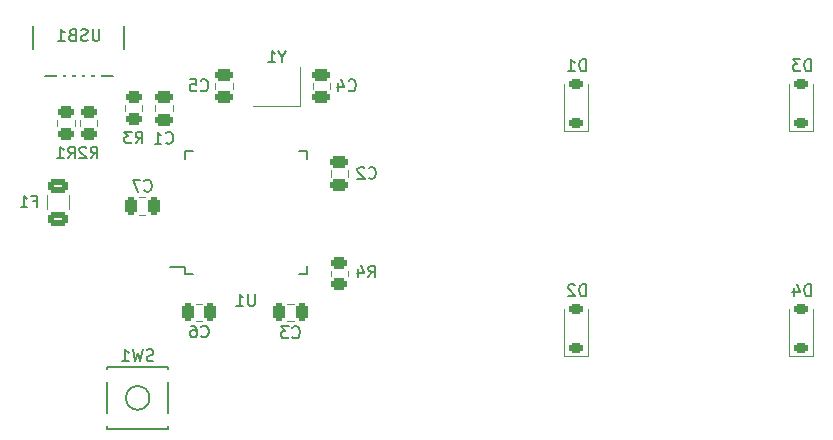
<source format=gbo>
%TF.GenerationSoftware,KiCad,Pcbnew,7.0.10*%
%TF.CreationDate,2024-01-02T18:30:23-06:00*%
%TF.ProjectId,Keyboard3x3,4b657962-6f61-4726-9433-78332e6b6963,rev?*%
%TF.SameCoordinates,Original*%
%TF.FileFunction,Legend,Bot*%
%TF.FilePolarity,Positive*%
%FSLAX46Y46*%
G04 Gerber Fmt 4.6, Leading zero omitted, Abs format (unit mm)*
G04 Created by KiCad (PCBNEW 7.0.10) date 2024-01-02 18:30:23*
%MOMM*%
%LPD*%
G01*
G04 APERTURE LIST*
G04 Aperture macros list*
%AMRoundRect*
0 Rectangle with rounded corners*
0 $1 Rounding radius*
0 $2 $3 $4 $5 $6 $7 $8 $9 X,Y pos of 4 corners*
0 Add a 4 corners polygon primitive as box body*
4,1,4,$2,$3,$4,$5,$6,$7,$8,$9,$2,$3,0*
0 Add four circle primitives for the rounded corners*
1,1,$1+$1,$2,$3*
1,1,$1+$1,$4,$5*
1,1,$1+$1,$6,$7*
1,1,$1+$1,$8,$9*
0 Add four rect primitives between the rounded corners*
20,1,$1+$1,$2,$3,$4,$5,0*
20,1,$1+$1,$4,$5,$6,$7,0*
20,1,$1+$1,$6,$7,$8,$9,0*
20,1,$1+$1,$8,$9,$2,$3,0*%
%AMHorizOval*
0 Thick line with rounded ends*
0 $1 width*
0 $2 $3 position (X,Y) of the first rounded end (center of the circle)*
0 $4 $5 position (X,Y) of the second rounded end (center of the circle)*
0 Add line between two ends*
20,1,$1,$2,$3,$4,$5,0*
0 Add two circle primitives to create the rounded ends*
1,1,$1,$2,$3*
1,1,$1,$4,$5*%
G04 Aperture macros list end*
%ADD10C,0.150000*%
%ADD11C,0.120000*%
%ADD12C,1.750000*%
%ADD13C,3.987800*%
%ADD14HorizOval,2.250000X0.655001X0.730000X-0.655001X-0.730000X0*%
%ADD15C,2.250000*%
%ADD16HorizOval,2.250000X0.020000X0.290000X-0.020000X-0.290000X0*%
%ADD17C,1.905000*%
%ADD18R,1.905000X1.905000*%
%ADD19R,0.500000X2.250000*%
%ADD20O,1.700000X2.700000*%
%ADD21RoundRect,0.250000X-0.250000X-0.475000X0.250000X-0.475000X0.250000X0.475000X-0.250000X0.475000X0*%
%ADD22RoundRect,0.250000X-0.450000X0.262500X-0.450000X-0.262500X0.450000X-0.262500X0.450000X0.262500X0*%
%ADD23RoundRect,0.225000X0.375000X-0.225000X0.375000X0.225000X-0.375000X0.225000X-0.375000X-0.225000X0*%
%ADD24RoundRect,0.250000X0.250000X0.475000X-0.250000X0.475000X-0.250000X-0.475000X0.250000X-0.475000X0*%
%ADD25RoundRect,0.250000X0.475000X-0.250000X0.475000X0.250000X-0.475000X0.250000X-0.475000X-0.250000X0*%
%ADD26RoundRect,0.250000X-0.475000X0.250000X-0.475000X-0.250000X0.475000X-0.250000X0.475000X0.250000X0*%
%ADD27R,1.400000X1.200000*%
%ADD28R,1.500000X0.550000*%
%ADD29R,0.550000X1.500000*%
%ADD30R,1.800000X1.100000*%
%ADD31RoundRect,0.250000X-0.625000X0.375000X-0.625000X-0.375000X0.625000X-0.375000X0.625000X0.375000X0*%
G04 APERTURE END LIST*
D10*
X46390094Y-50936819D02*
X46390094Y-51746342D01*
X46390094Y-51746342D02*
X46342475Y-51841580D01*
X46342475Y-51841580D02*
X46294856Y-51889200D01*
X46294856Y-51889200D02*
X46199618Y-51936819D01*
X46199618Y-51936819D02*
X46009142Y-51936819D01*
X46009142Y-51936819D02*
X45913904Y-51889200D01*
X45913904Y-51889200D02*
X45866285Y-51841580D01*
X45866285Y-51841580D02*
X45818666Y-51746342D01*
X45818666Y-51746342D02*
X45818666Y-50936819D01*
X45390094Y-51889200D02*
X45247237Y-51936819D01*
X45247237Y-51936819D02*
X45009142Y-51936819D01*
X45009142Y-51936819D02*
X44913904Y-51889200D01*
X44913904Y-51889200D02*
X44866285Y-51841580D01*
X44866285Y-51841580D02*
X44818666Y-51746342D01*
X44818666Y-51746342D02*
X44818666Y-51651104D01*
X44818666Y-51651104D02*
X44866285Y-51555866D01*
X44866285Y-51555866D02*
X44913904Y-51508247D01*
X44913904Y-51508247D02*
X45009142Y-51460628D01*
X45009142Y-51460628D02*
X45199618Y-51413009D01*
X45199618Y-51413009D02*
X45294856Y-51365390D01*
X45294856Y-51365390D02*
X45342475Y-51317771D01*
X45342475Y-51317771D02*
X45390094Y-51222533D01*
X45390094Y-51222533D02*
X45390094Y-51127295D01*
X45390094Y-51127295D02*
X45342475Y-51032057D01*
X45342475Y-51032057D02*
X45294856Y-50984438D01*
X45294856Y-50984438D02*
X45199618Y-50936819D01*
X45199618Y-50936819D02*
X44961523Y-50936819D01*
X44961523Y-50936819D02*
X44818666Y-50984438D01*
X44056761Y-51413009D02*
X43913904Y-51460628D01*
X43913904Y-51460628D02*
X43866285Y-51508247D01*
X43866285Y-51508247D02*
X43818666Y-51603485D01*
X43818666Y-51603485D02*
X43818666Y-51746342D01*
X43818666Y-51746342D02*
X43866285Y-51841580D01*
X43866285Y-51841580D02*
X43913904Y-51889200D01*
X43913904Y-51889200D02*
X44009142Y-51936819D01*
X44009142Y-51936819D02*
X44390094Y-51936819D01*
X44390094Y-51936819D02*
X44390094Y-50936819D01*
X44390094Y-50936819D02*
X44056761Y-50936819D01*
X44056761Y-50936819D02*
X43961523Y-50984438D01*
X43961523Y-50984438D02*
X43913904Y-51032057D01*
X43913904Y-51032057D02*
X43866285Y-51127295D01*
X43866285Y-51127295D02*
X43866285Y-51222533D01*
X43866285Y-51222533D02*
X43913904Y-51317771D01*
X43913904Y-51317771D02*
X43961523Y-51365390D01*
X43961523Y-51365390D02*
X44056761Y-51413009D01*
X44056761Y-51413009D02*
X44390094Y-51413009D01*
X42866285Y-51936819D02*
X43437713Y-51936819D01*
X43151999Y-51936819D02*
X43151999Y-50936819D01*
X43151999Y-50936819D02*
X43247237Y-51079676D01*
X43247237Y-51079676D02*
X43342475Y-51174914D01*
X43342475Y-51174914D02*
X43437713Y-51222533D01*
X55010666Y-76959080D02*
X55058285Y-77006700D01*
X55058285Y-77006700D02*
X55201142Y-77054319D01*
X55201142Y-77054319D02*
X55296380Y-77054319D01*
X55296380Y-77054319D02*
X55439237Y-77006700D01*
X55439237Y-77006700D02*
X55534475Y-76911461D01*
X55534475Y-76911461D02*
X55582094Y-76816223D01*
X55582094Y-76816223D02*
X55629713Y-76625747D01*
X55629713Y-76625747D02*
X55629713Y-76482890D01*
X55629713Y-76482890D02*
X55582094Y-76292414D01*
X55582094Y-76292414D02*
X55534475Y-76197176D01*
X55534475Y-76197176D02*
X55439237Y-76101938D01*
X55439237Y-76101938D02*
X55296380Y-76054319D01*
X55296380Y-76054319D02*
X55201142Y-76054319D01*
X55201142Y-76054319D02*
X55058285Y-76101938D01*
X55058285Y-76101938D02*
X55010666Y-76149557D01*
X54153523Y-76054319D02*
X54343999Y-76054319D01*
X54343999Y-76054319D02*
X54439237Y-76101938D01*
X54439237Y-76101938D02*
X54486856Y-76149557D01*
X54486856Y-76149557D02*
X54582094Y-76292414D01*
X54582094Y-76292414D02*
X54629713Y-76482890D01*
X54629713Y-76482890D02*
X54629713Y-76863842D01*
X54629713Y-76863842D02*
X54582094Y-76959080D01*
X54582094Y-76959080D02*
X54534475Y-77006700D01*
X54534475Y-77006700D02*
X54439237Y-77054319D01*
X54439237Y-77054319D02*
X54248761Y-77054319D01*
X54248761Y-77054319D02*
X54153523Y-77006700D01*
X54153523Y-77006700D02*
X54105904Y-76959080D01*
X54105904Y-76959080D02*
X54058285Y-76863842D01*
X54058285Y-76863842D02*
X54058285Y-76625747D01*
X54058285Y-76625747D02*
X54105904Y-76530509D01*
X54105904Y-76530509D02*
X54153523Y-76482890D01*
X54153523Y-76482890D02*
X54248761Y-76435271D01*
X54248761Y-76435271D02*
X54439237Y-76435271D01*
X54439237Y-76435271D02*
X54534475Y-76482890D01*
X54534475Y-76482890D02*
X54582094Y-76530509D01*
X54582094Y-76530509D02*
X54629713Y-76625747D01*
X45646666Y-61899819D02*
X45979999Y-61423628D01*
X46218094Y-61899819D02*
X46218094Y-60899819D01*
X46218094Y-60899819D02*
X45837142Y-60899819D01*
X45837142Y-60899819D02*
X45741904Y-60947438D01*
X45741904Y-60947438D02*
X45694285Y-60995057D01*
X45694285Y-60995057D02*
X45646666Y-61090295D01*
X45646666Y-61090295D02*
X45646666Y-61233152D01*
X45646666Y-61233152D02*
X45694285Y-61328390D01*
X45694285Y-61328390D02*
X45741904Y-61376009D01*
X45741904Y-61376009D02*
X45837142Y-61423628D01*
X45837142Y-61423628D02*
X46218094Y-61423628D01*
X45265713Y-60995057D02*
X45218094Y-60947438D01*
X45218094Y-60947438D02*
X45122856Y-60899819D01*
X45122856Y-60899819D02*
X44884761Y-60899819D01*
X44884761Y-60899819D02*
X44789523Y-60947438D01*
X44789523Y-60947438D02*
X44741904Y-60995057D01*
X44741904Y-60995057D02*
X44694285Y-61090295D01*
X44694285Y-61090295D02*
X44694285Y-61185533D01*
X44694285Y-61185533D02*
X44741904Y-61328390D01*
X44741904Y-61328390D02*
X45313332Y-61899819D01*
X45313332Y-61899819D02*
X44694285Y-61899819D01*
X49456666Y-60629819D02*
X49789999Y-60153628D01*
X50028094Y-60629819D02*
X50028094Y-59629819D01*
X50028094Y-59629819D02*
X49647142Y-59629819D01*
X49647142Y-59629819D02*
X49551904Y-59677438D01*
X49551904Y-59677438D02*
X49504285Y-59725057D01*
X49504285Y-59725057D02*
X49456666Y-59820295D01*
X49456666Y-59820295D02*
X49456666Y-59963152D01*
X49456666Y-59963152D02*
X49504285Y-60058390D01*
X49504285Y-60058390D02*
X49551904Y-60106009D01*
X49551904Y-60106009D02*
X49647142Y-60153628D01*
X49647142Y-60153628D02*
X50028094Y-60153628D01*
X49123332Y-59629819D02*
X48504285Y-59629819D01*
X48504285Y-59629819D02*
X48837618Y-60010771D01*
X48837618Y-60010771D02*
X48694761Y-60010771D01*
X48694761Y-60010771D02*
X48599523Y-60058390D01*
X48599523Y-60058390D02*
X48551904Y-60106009D01*
X48551904Y-60106009D02*
X48504285Y-60201247D01*
X48504285Y-60201247D02*
X48504285Y-60439342D01*
X48504285Y-60439342D02*
X48551904Y-60534580D01*
X48551904Y-60534580D02*
X48599523Y-60582200D01*
X48599523Y-60582200D02*
X48694761Y-60629819D01*
X48694761Y-60629819D02*
X48980475Y-60629819D01*
X48980475Y-60629819D02*
X49075713Y-60582200D01*
X49075713Y-60582200D02*
X49123332Y-60534580D01*
X43741666Y-61899819D02*
X44074999Y-61423628D01*
X44313094Y-61899819D02*
X44313094Y-60899819D01*
X44313094Y-60899819D02*
X43932142Y-60899819D01*
X43932142Y-60899819D02*
X43836904Y-60947438D01*
X43836904Y-60947438D02*
X43789285Y-60995057D01*
X43789285Y-60995057D02*
X43741666Y-61090295D01*
X43741666Y-61090295D02*
X43741666Y-61233152D01*
X43741666Y-61233152D02*
X43789285Y-61328390D01*
X43789285Y-61328390D02*
X43836904Y-61376009D01*
X43836904Y-61376009D02*
X43932142Y-61423628D01*
X43932142Y-61423628D02*
X44313094Y-61423628D01*
X42789285Y-61899819D02*
X43360713Y-61899819D01*
X43074999Y-61899819D02*
X43074999Y-60899819D01*
X43074999Y-60899819D02*
X43170237Y-61042676D01*
X43170237Y-61042676D02*
X43265475Y-61137914D01*
X43265475Y-61137914D02*
X43360713Y-61185533D01*
X106635594Y-54504819D02*
X106635594Y-53504819D01*
X106635594Y-53504819D02*
X106397499Y-53504819D01*
X106397499Y-53504819D02*
X106254642Y-53552438D01*
X106254642Y-53552438D02*
X106159404Y-53647676D01*
X106159404Y-53647676D02*
X106111785Y-53742914D01*
X106111785Y-53742914D02*
X106064166Y-53933390D01*
X106064166Y-53933390D02*
X106064166Y-54076247D01*
X106064166Y-54076247D02*
X106111785Y-54266723D01*
X106111785Y-54266723D02*
X106159404Y-54361961D01*
X106159404Y-54361961D02*
X106254642Y-54457200D01*
X106254642Y-54457200D02*
X106397499Y-54504819D01*
X106397499Y-54504819D02*
X106635594Y-54504819D01*
X105730832Y-53504819D02*
X105111785Y-53504819D01*
X105111785Y-53504819D02*
X105445118Y-53885771D01*
X105445118Y-53885771D02*
X105302261Y-53885771D01*
X105302261Y-53885771D02*
X105207023Y-53933390D01*
X105207023Y-53933390D02*
X105159404Y-53981009D01*
X105159404Y-53981009D02*
X105111785Y-54076247D01*
X105111785Y-54076247D02*
X105111785Y-54314342D01*
X105111785Y-54314342D02*
X105159404Y-54409580D01*
X105159404Y-54409580D02*
X105207023Y-54457200D01*
X105207023Y-54457200D02*
X105302261Y-54504819D01*
X105302261Y-54504819D02*
X105587975Y-54504819D01*
X105587975Y-54504819D02*
X105683213Y-54457200D01*
X105683213Y-54457200D02*
X105730832Y-54409580D01*
X87585594Y-54504819D02*
X87585594Y-53504819D01*
X87585594Y-53504819D02*
X87347499Y-53504819D01*
X87347499Y-53504819D02*
X87204642Y-53552438D01*
X87204642Y-53552438D02*
X87109404Y-53647676D01*
X87109404Y-53647676D02*
X87061785Y-53742914D01*
X87061785Y-53742914D02*
X87014166Y-53933390D01*
X87014166Y-53933390D02*
X87014166Y-54076247D01*
X87014166Y-54076247D02*
X87061785Y-54266723D01*
X87061785Y-54266723D02*
X87109404Y-54361961D01*
X87109404Y-54361961D02*
X87204642Y-54457200D01*
X87204642Y-54457200D02*
X87347499Y-54504819D01*
X87347499Y-54504819D02*
X87585594Y-54504819D01*
X86061785Y-54504819D02*
X86633213Y-54504819D01*
X86347499Y-54504819D02*
X86347499Y-53504819D01*
X86347499Y-53504819D02*
X86442737Y-53647676D01*
X86442737Y-53647676D02*
X86537975Y-53742914D01*
X86537975Y-53742914D02*
X86633213Y-53790533D01*
X50190416Y-64607580D02*
X50238035Y-64655200D01*
X50238035Y-64655200D02*
X50380892Y-64702819D01*
X50380892Y-64702819D02*
X50476130Y-64702819D01*
X50476130Y-64702819D02*
X50618987Y-64655200D01*
X50618987Y-64655200D02*
X50714225Y-64559961D01*
X50714225Y-64559961D02*
X50761844Y-64464723D01*
X50761844Y-64464723D02*
X50809463Y-64274247D01*
X50809463Y-64274247D02*
X50809463Y-64131390D01*
X50809463Y-64131390D02*
X50761844Y-63940914D01*
X50761844Y-63940914D02*
X50714225Y-63845676D01*
X50714225Y-63845676D02*
X50618987Y-63750438D01*
X50618987Y-63750438D02*
X50476130Y-63702819D01*
X50476130Y-63702819D02*
X50380892Y-63702819D01*
X50380892Y-63702819D02*
X50238035Y-63750438D01*
X50238035Y-63750438D02*
X50190416Y-63798057D01*
X49857082Y-63702819D02*
X49190416Y-63702819D01*
X49190416Y-63702819D02*
X49618987Y-64702819D01*
X69187666Y-63524830D02*
X69235285Y-63572450D01*
X69235285Y-63572450D02*
X69378142Y-63620069D01*
X69378142Y-63620069D02*
X69473380Y-63620069D01*
X69473380Y-63620069D02*
X69616237Y-63572450D01*
X69616237Y-63572450D02*
X69711475Y-63477211D01*
X69711475Y-63477211D02*
X69759094Y-63381973D01*
X69759094Y-63381973D02*
X69806713Y-63191497D01*
X69806713Y-63191497D02*
X69806713Y-63048640D01*
X69806713Y-63048640D02*
X69759094Y-62858164D01*
X69759094Y-62858164D02*
X69711475Y-62762926D01*
X69711475Y-62762926D02*
X69616237Y-62667688D01*
X69616237Y-62667688D02*
X69473380Y-62620069D01*
X69473380Y-62620069D02*
X69378142Y-62620069D01*
X69378142Y-62620069D02*
X69235285Y-62667688D01*
X69235285Y-62667688D02*
X69187666Y-62715307D01*
X68806713Y-62715307D02*
X68759094Y-62667688D01*
X68759094Y-62667688D02*
X68663856Y-62620069D01*
X68663856Y-62620069D02*
X68425761Y-62620069D01*
X68425761Y-62620069D02*
X68330523Y-62667688D01*
X68330523Y-62667688D02*
X68282904Y-62715307D01*
X68282904Y-62715307D02*
X68235285Y-62810545D01*
X68235285Y-62810545D02*
X68235285Y-62905783D01*
X68235285Y-62905783D02*
X68282904Y-63048640D01*
X68282904Y-63048640D02*
X68854332Y-63620069D01*
X68854332Y-63620069D02*
X68235285Y-63620069D01*
X67486666Y-56109580D02*
X67534285Y-56157200D01*
X67534285Y-56157200D02*
X67677142Y-56204819D01*
X67677142Y-56204819D02*
X67772380Y-56204819D01*
X67772380Y-56204819D02*
X67915237Y-56157200D01*
X67915237Y-56157200D02*
X68010475Y-56061961D01*
X68010475Y-56061961D02*
X68058094Y-55966723D01*
X68058094Y-55966723D02*
X68105713Y-55776247D01*
X68105713Y-55776247D02*
X68105713Y-55633390D01*
X68105713Y-55633390D02*
X68058094Y-55442914D01*
X68058094Y-55442914D02*
X68010475Y-55347676D01*
X68010475Y-55347676D02*
X67915237Y-55252438D01*
X67915237Y-55252438D02*
X67772380Y-55204819D01*
X67772380Y-55204819D02*
X67677142Y-55204819D01*
X67677142Y-55204819D02*
X67534285Y-55252438D01*
X67534285Y-55252438D02*
X67486666Y-55300057D01*
X66629523Y-55538152D02*
X66629523Y-56204819D01*
X66867618Y-55157200D02*
X67105713Y-55871485D01*
X67105713Y-55871485D02*
X66486666Y-55871485D01*
X61881558Y-53293896D02*
X61881558Y-53770087D01*
X62214891Y-52770087D02*
X61881558Y-53293896D01*
X61881558Y-53293896D02*
X61548225Y-52770087D01*
X60691082Y-53770087D02*
X61262510Y-53770087D01*
X60976796Y-53770087D02*
X60976796Y-52770087D01*
X60976796Y-52770087D02*
X61072034Y-52912944D01*
X61072034Y-52912944D02*
X61167272Y-53008182D01*
X61167272Y-53008182D02*
X61262510Y-53055801D01*
X59541904Y-73369819D02*
X59541904Y-74179342D01*
X59541904Y-74179342D02*
X59494285Y-74274580D01*
X59494285Y-74274580D02*
X59446666Y-74322200D01*
X59446666Y-74322200D02*
X59351428Y-74369819D01*
X59351428Y-74369819D02*
X59160952Y-74369819D01*
X59160952Y-74369819D02*
X59065714Y-74322200D01*
X59065714Y-74322200D02*
X59018095Y-74274580D01*
X59018095Y-74274580D02*
X58970476Y-74179342D01*
X58970476Y-74179342D02*
X58970476Y-73369819D01*
X57970476Y-74369819D02*
X58541904Y-74369819D01*
X58256190Y-74369819D02*
X58256190Y-73369819D01*
X58256190Y-73369819D02*
X58351428Y-73512676D01*
X58351428Y-73512676D02*
X58446666Y-73607914D01*
X58446666Y-73607914D02*
X58541904Y-73655533D01*
X62731666Y-77023830D02*
X62779285Y-77071450D01*
X62779285Y-77071450D02*
X62922142Y-77119069D01*
X62922142Y-77119069D02*
X63017380Y-77119069D01*
X63017380Y-77119069D02*
X63160237Y-77071450D01*
X63160237Y-77071450D02*
X63255475Y-76976211D01*
X63255475Y-76976211D02*
X63303094Y-76880973D01*
X63303094Y-76880973D02*
X63350713Y-76690497D01*
X63350713Y-76690497D02*
X63350713Y-76547640D01*
X63350713Y-76547640D02*
X63303094Y-76357164D01*
X63303094Y-76357164D02*
X63255475Y-76261926D01*
X63255475Y-76261926D02*
X63160237Y-76166688D01*
X63160237Y-76166688D02*
X63017380Y-76119069D01*
X63017380Y-76119069D02*
X62922142Y-76119069D01*
X62922142Y-76119069D02*
X62779285Y-76166688D01*
X62779285Y-76166688D02*
X62731666Y-76214307D01*
X62398332Y-76119069D02*
X61779285Y-76119069D01*
X61779285Y-76119069D02*
X62112618Y-76500021D01*
X62112618Y-76500021D02*
X61969761Y-76500021D01*
X61969761Y-76500021D02*
X61874523Y-76547640D01*
X61874523Y-76547640D02*
X61826904Y-76595259D01*
X61826904Y-76595259D02*
X61779285Y-76690497D01*
X61779285Y-76690497D02*
X61779285Y-76928592D01*
X61779285Y-76928592D02*
X61826904Y-77023830D01*
X61826904Y-77023830D02*
X61874523Y-77071450D01*
X61874523Y-77071450D02*
X61969761Y-77119069D01*
X61969761Y-77119069D02*
X62255475Y-77119069D01*
X62255475Y-77119069D02*
X62350713Y-77071450D01*
X62350713Y-77071450D02*
X62398332Y-77023830D01*
X69169416Y-71961819D02*
X69502749Y-71485628D01*
X69740844Y-71961819D02*
X69740844Y-70961819D01*
X69740844Y-70961819D02*
X69359892Y-70961819D01*
X69359892Y-70961819D02*
X69264654Y-71009438D01*
X69264654Y-71009438D02*
X69217035Y-71057057D01*
X69217035Y-71057057D02*
X69169416Y-71152295D01*
X69169416Y-71152295D02*
X69169416Y-71295152D01*
X69169416Y-71295152D02*
X69217035Y-71390390D01*
X69217035Y-71390390D02*
X69264654Y-71438009D01*
X69264654Y-71438009D02*
X69359892Y-71485628D01*
X69359892Y-71485628D02*
X69740844Y-71485628D01*
X68312273Y-71295152D02*
X68312273Y-71961819D01*
X68550368Y-70914200D02*
X68788463Y-71628485D01*
X68788463Y-71628485D02*
X68169416Y-71628485D01*
X106635594Y-73554819D02*
X106635594Y-72554819D01*
X106635594Y-72554819D02*
X106397499Y-72554819D01*
X106397499Y-72554819D02*
X106254642Y-72602438D01*
X106254642Y-72602438D02*
X106159404Y-72697676D01*
X106159404Y-72697676D02*
X106111785Y-72792914D01*
X106111785Y-72792914D02*
X106064166Y-72983390D01*
X106064166Y-72983390D02*
X106064166Y-73126247D01*
X106064166Y-73126247D02*
X106111785Y-73316723D01*
X106111785Y-73316723D02*
X106159404Y-73411961D01*
X106159404Y-73411961D02*
X106254642Y-73507200D01*
X106254642Y-73507200D02*
X106397499Y-73554819D01*
X106397499Y-73554819D02*
X106635594Y-73554819D01*
X105207023Y-72888152D02*
X105207023Y-73554819D01*
X105445118Y-72507200D02*
X105683213Y-73221485D01*
X105683213Y-73221485D02*
X105064166Y-73221485D01*
X50959772Y-79024450D02*
X50816915Y-79072069D01*
X50816915Y-79072069D02*
X50578820Y-79072069D01*
X50578820Y-79072069D02*
X50483582Y-79024450D01*
X50483582Y-79024450D02*
X50435963Y-78976830D01*
X50435963Y-78976830D02*
X50388344Y-78881592D01*
X50388344Y-78881592D02*
X50388344Y-78786354D01*
X50388344Y-78786354D02*
X50435963Y-78691116D01*
X50435963Y-78691116D02*
X50483582Y-78643497D01*
X50483582Y-78643497D02*
X50578820Y-78595878D01*
X50578820Y-78595878D02*
X50769296Y-78548259D01*
X50769296Y-78548259D02*
X50864534Y-78500640D01*
X50864534Y-78500640D02*
X50912153Y-78453021D01*
X50912153Y-78453021D02*
X50959772Y-78357783D01*
X50959772Y-78357783D02*
X50959772Y-78262545D01*
X50959772Y-78262545D02*
X50912153Y-78167307D01*
X50912153Y-78167307D02*
X50864534Y-78119688D01*
X50864534Y-78119688D02*
X50769296Y-78072069D01*
X50769296Y-78072069D02*
X50531201Y-78072069D01*
X50531201Y-78072069D02*
X50388344Y-78119688D01*
X50055010Y-78072069D02*
X49816915Y-79072069D01*
X49816915Y-79072069D02*
X49626439Y-78357783D01*
X49626439Y-78357783D02*
X49435963Y-79072069D01*
X49435963Y-79072069D02*
X49197868Y-78072069D01*
X48293106Y-79072069D02*
X48864534Y-79072069D01*
X48578820Y-79072069D02*
X48578820Y-78072069D01*
X48578820Y-78072069D02*
X48674058Y-78214926D01*
X48674058Y-78214926D02*
X48769296Y-78310164D01*
X48769296Y-78310164D02*
X48864534Y-78357783D01*
X52021666Y-60554580D02*
X52069285Y-60602200D01*
X52069285Y-60602200D02*
X52212142Y-60649819D01*
X52212142Y-60649819D02*
X52307380Y-60649819D01*
X52307380Y-60649819D02*
X52450237Y-60602200D01*
X52450237Y-60602200D02*
X52545475Y-60506961D01*
X52545475Y-60506961D02*
X52593094Y-60411723D01*
X52593094Y-60411723D02*
X52640713Y-60221247D01*
X52640713Y-60221247D02*
X52640713Y-60078390D01*
X52640713Y-60078390D02*
X52593094Y-59887914D01*
X52593094Y-59887914D02*
X52545475Y-59792676D01*
X52545475Y-59792676D02*
X52450237Y-59697438D01*
X52450237Y-59697438D02*
X52307380Y-59649819D01*
X52307380Y-59649819D02*
X52212142Y-59649819D01*
X52212142Y-59649819D02*
X52069285Y-59697438D01*
X52069285Y-59697438D02*
X52021666Y-59745057D01*
X51069285Y-60649819D02*
X51640713Y-60649819D01*
X51354999Y-60649819D02*
X51354999Y-59649819D01*
X51354999Y-59649819D02*
X51450237Y-59792676D01*
X51450237Y-59792676D02*
X51545475Y-59887914D01*
X51545475Y-59887914D02*
X51640713Y-59935533D01*
X40775273Y-65524759D02*
X41108606Y-65524759D01*
X41108606Y-66048569D02*
X41108606Y-65048569D01*
X41108606Y-65048569D02*
X40632416Y-65048569D01*
X39727654Y-66048569D02*
X40299082Y-66048569D01*
X40013368Y-66048569D02*
X40013368Y-65048569D01*
X40013368Y-65048569D02*
X40108606Y-65191426D01*
X40108606Y-65191426D02*
X40203844Y-65286664D01*
X40203844Y-65286664D02*
X40299082Y-65334283D01*
X87585594Y-73554819D02*
X87585594Y-72554819D01*
X87585594Y-72554819D02*
X87347499Y-72554819D01*
X87347499Y-72554819D02*
X87204642Y-72602438D01*
X87204642Y-72602438D02*
X87109404Y-72697676D01*
X87109404Y-72697676D02*
X87061785Y-72792914D01*
X87061785Y-72792914D02*
X87014166Y-72983390D01*
X87014166Y-72983390D02*
X87014166Y-73126247D01*
X87014166Y-73126247D02*
X87061785Y-73316723D01*
X87061785Y-73316723D02*
X87109404Y-73411961D01*
X87109404Y-73411961D02*
X87204642Y-73507200D01*
X87204642Y-73507200D02*
X87347499Y-73554819D01*
X87347499Y-73554819D02*
X87585594Y-73554819D01*
X86633213Y-72650057D02*
X86585594Y-72602438D01*
X86585594Y-72602438D02*
X86490356Y-72554819D01*
X86490356Y-72554819D02*
X86252261Y-72554819D01*
X86252261Y-72554819D02*
X86157023Y-72602438D01*
X86157023Y-72602438D02*
X86109404Y-72650057D01*
X86109404Y-72650057D02*
X86061785Y-72745295D01*
X86061785Y-72745295D02*
X86061785Y-72840533D01*
X86061785Y-72840533D02*
X86109404Y-72983390D01*
X86109404Y-72983390D02*
X86680832Y-73554819D01*
X86680832Y-73554819D02*
X86061785Y-73554819D01*
X54971666Y-56109580D02*
X55019285Y-56157200D01*
X55019285Y-56157200D02*
X55162142Y-56204819D01*
X55162142Y-56204819D02*
X55257380Y-56204819D01*
X55257380Y-56204819D02*
X55400237Y-56157200D01*
X55400237Y-56157200D02*
X55495475Y-56061961D01*
X55495475Y-56061961D02*
X55543094Y-55966723D01*
X55543094Y-55966723D02*
X55590713Y-55776247D01*
X55590713Y-55776247D02*
X55590713Y-55633390D01*
X55590713Y-55633390D02*
X55543094Y-55442914D01*
X55543094Y-55442914D02*
X55495475Y-55347676D01*
X55495475Y-55347676D02*
X55400237Y-55252438D01*
X55400237Y-55252438D02*
X55257380Y-55204819D01*
X55257380Y-55204819D02*
X55162142Y-55204819D01*
X55162142Y-55204819D02*
X55019285Y-55252438D01*
X55019285Y-55252438D02*
X54971666Y-55300057D01*
X54066904Y-55204819D02*
X54543094Y-55204819D01*
X54543094Y-55204819D02*
X54590713Y-55681009D01*
X54590713Y-55681009D02*
X54543094Y-55633390D01*
X54543094Y-55633390D02*
X54447856Y-55585771D01*
X54447856Y-55585771D02*
X54209761Y-55585771D01*
X54209761Y-55585771D02*
X54114523Y-55633390D01*
X54114523Y-55633390D02*
X54066904Y-55681009D01*
X54066904Y-55681009D02*
X54019285Y-55776247D01*
X54019285Y-55776247D02*
X54019285Y-56014342D01*
X54019285Y-56014342D02*
X54066904Y-56109580D01*
X54066904Y-56109580D02*
X54114523Y-56157200D01*
X54114523Y-56157200D02*
X54209761Y-56204819D01*
X54209761Y-56204819D02*
X54447856Y-56204819D01*
X54447856Y-56204819D02*
X54543094Y-56157200D01*
X54543094Y-56157200D02*
X54590713Y-56109580D01*
%TO.C,USB1*%
X48502000Y-49450000D02*
X48502000Y-54900000D01*
X40802000Y-49450000D02*
X40802000Y-54900000D01*
X40802000Y-54900000D02*
X48502000Y-54900000D01*
D11*
%TO.C,C6*%
X54582748Y-74184500D02*
X55105252Y-74184500D01*
X54582748Y-75654500D02*
X55105252Y-75654500D01*
%TO.C,R2*%
X46215000Y-58677936D02*
X46215000Y-59132064D01*
X44745000Y-58677936D02*
X44745000Y-59132064D01*
%TO.C,R3*%
X50025000Y-57407936D02*
X50025000Y-57862064D01*
X48555000Y-57407936D02*
X48555000Y-57862064D01*
%TO.C,R1*%
X44310000Y-58677936D02*
X44310000Y-59132064D01*
X42840000Y-58677936D02*
X42840000Y-59132064D01*
%TO.C,D3*%
X104802500Y-59585000D02*
X104802500Y-55575000D01*
X106802500Y-59585000D02*
X104802500Y-59585000D01*
X106802500Y-59585000D02*
X106802500Y-55575000D01*
%TO.C,D1*%
X85752500Y-59585000D02*
X85752500Y-55575000D01*
X87752500Y-59585000D02*
X85752500Y-59585000D01*
X87752500Y-59585000D02*
X87752500Y-55575000D01*
%TO.C,C7*%
X50285002Y-66663000D02*
X49762498Y-66663000D01*
X50285002Y-65193000D02*
X49762498Y-65193000D01*
%TO.C,C2*%
X65971000Y-63426502D02*
X65971000Y-62903998D01*
X67441000Y-63426502D02*
X67441000Y-62903998D01*
%TO.C,C4*%
X65925000Y-55488748D02*
X65925000Y-56011252D01*
X64455000Y-55488748D02*
X64455000Y-56011252D01*
%TO.C,Y1*%
X63405368Y-57415268D02*
X59405368Y-57415268D01*
X63405368Y-54115268D02*
X63405368Y-57415268D01*
D10*
%TO.C,U1*%
X53605000Y-61290000D02*
X53605000Y-61965000D01*
X53605000Y-61290000D02*
X54280000Y-61290000D01*
X53605000Y-71065000D02*
X52330000Y-71065000D01*
X53605000Y-71640000D02*
X53605000Y-71065000D01*
X53605000Y-71640000D02*
X54280000Y-71640000D01*
X63955000Y-61290000D02*
X63280000Y-61290000D01*
X63955000Y-61290000D02*
X63955000Y-61965000D01*
X63955000Y-71640000D02*
X63280000Y-71640000D01*
X63955000Y-71640000D02*
X63955000Y-70965000D01*
D11*
%TO.C,C3*%
X62826252Y-75650250D02*
X62303748Y-75650250D01*
X62826252Y-74180250D02*
X62303748Y-74180250D01*
%TO.C,R4*%
X67450750Y-71406936D02*
X67450750Y-71861064D01*
X65980750Y-71406936D02*
X65980750Y-71861064D01*
%TO.C,D4*%
X104802500Y-78635000D02*
X104802500Y-74625000D01*
X106802500Y-78635000D02*
X104802500Y-78635000D01*
X106802500Y-78635000D02*
X106802500Y-74625000D01*
D10*
%TO.C,SW1*%
X52226440Y-84773250D02*
X52226440Y-79573250D01*
X52226440Y-79573250D02*
X47026440Y-79573250D01*
X47026440Y-84773250D02*
X52226440Y-84773250D01*
X47026440Y-79573250D02*
X47026440Y-84773250D01*
X50626440Y-82173250D02*
G75*
G03*
X48626440Y-82173250I-1000000J0D01*
G01*
X48626440Y-82173250D02*
G75*
G03*
X50626440Y-82173250I1000000J0D01*
G01*
D11*
%TO.C,C1*%
X51120000Y-57916252D02*
X51120000Y-57393748D01*
X52590000Y-57916252D02*
X52590000Y-57393748D01*
%TO.C,F1*%
X43806940Y-64991686D02*
X43806940Y-66195814D01*
X41986940Y-64991686D02*
X41986940Y-66195814D01*
%TO.C,D2*%
X85752500Y-78635000D02*
X85752500Y-74625000D01*
X87752500Y-78635000D02*
X85752500Y-78635000D01*
X87752500Y-78635000D02*
X87752500Y-74625000D01*
%TO.C,C5*%
X56200000Y-56011252D02*
X56200000Y-55488748D01*
X57670000Y-56011252D02*
X57670000Y-55488748D01*
%TD*%
%LPC*%
D12*
%TO.C,MX3*%
X92785000Y-57225000D03*
D13*
X97865000Y-57225000D03*
D12*
X102945000Y-57225000D03*
D14*
X94710001Y-53955000D03*
D15*
X95365000Y-53225000D03*
D16*
X100385000Y-52435000D03*
D15*
X100405000Y-52145000D03*
D17*
X96595000Y-62305000D03*
D18*
X99135000Y-62305000D03*
%TD*%
D12*
%TO.C,MX1*%
X73735000Y-57225000D03*
D13*
X78815000Y-57225000D03*
D12*
X83895000Y-57225000D03*
D14*
X75660001Y-53955000D03*
D15*
X76315000Y-53225000D03*
D16*
X81335000Y-52435000D03*
D15*
X81355000Y-52145000D03*
D17*
X77545000Y-62305000D03*
D18*
X80085000Y-62305000D03*
%TD*%
D12*
%TO.C,MX2*%
X73735000Y-76275000D03*
D13*
X78815000Y-76275000D03*
D12*
X83895000Y-76275000D03*
D14*
X75660001Y-73005000D03*
D15*
X76315000Y-72275000D03*
D16*
X81335000Y-71485000D03*
D15*
X81355000Y-71195000D03*
D17*
X77545000Y-81355000D03*
D18*
X80085000Y-81355000D03*
%TD*%
D12*
%TO.C,MX4*%
X92785000Y-76275000D03*
D13*
X97865000Y-76275000D03*
D12*
X102945000Y-76275000D03*
D14*
X94710001Y-73005000D03*
D15*
X95365000Y-72275000D03*
D16*
X100385000Y-71485000D03*
D15*
X100405000Y-71195000D03*
D17*
X96595000Y-81355000D03*
D18*
X99135000Y-81355000D03*
%TD*%
D19*
%TO.C,USB1*%
X46252000Y-53950000D03*
X45452000Y-53950000D03*
X44652000Y-53950000D03*
X43852000Y-53950000D03*
X43052000Y-53950000D03*
D20*
X48302000Y-49450000D03*
X41002000Y-49450000D03*
X48302000Y-53950000D03*
X41002000Y-53950000D03*
%TD*%
D21*
%TO.C,C6*%
X53894000Y-74919500D03*
X55794000Y-74919500D03*
%TD*%
D22*
%TO.C,R2*%
X45480000Y-57992500D03*
X45480000Y-59817500D03*
%TD*%
%TO.C,R3*%
X49290000Y-56722500D03*
X49290000Y-58547500D03*
%TD*%
%TO.C,R1*%
X43575000Y-57992500D03*
X43575000Y-59817500D03*
%TD*%
D23*
%TO.C,D3*%
X105802500Y-58875000D03*
X105802500Y-55575000D03*
%TD*%
%TO.C,D1*%
X86752500Y-58875000D03*
X86752500Y-55575000D03*
%TD*%
D24*
%TO.C,C7*%
X50973750Y-65928000D03*
X49073750Y-65928000D03*
%TD*%
D25*
%TO.C,C2*%
X66706000Y-64115250D03*
X66706000Y-62215250D03*
%TD*%
D26*
%TO.C,C4*%
X65190000Y-54800000D03*
X65190000Y-56700000D03*
%TD*%
D27*
%TO.C,Y1*%
X62505368Y-56615268D03*
X60305368Y-56615268D03*
X60305368Y-54915268D03*
X62505368Y-54915268D03*
%TD*%
D28*
%TO.C,U1*%
X53080000Y-70465000D03*
X53080000Y-69665000D03*
X53080000Y-68865000D03*
X53080000Y-68065000D03*
X53080000Y-67265000D03*
X53080000Y-66465000D03*
X53080000Y-65665000D03*
X53080000Y-64865000D03*
X53080000Y-64065000D03*
X53080000Y-63265000D03*
X53080000Y-62465000D03*
D29*
X54780000Y-60765000D03*
X55580000Y-60765000D03*
X56380000Y-60765000D03*
X57180000Y-60765000D03*
X57980000Y-60765000D03*
X58780000Y-60765000D03*
X59580000Y-60765000D03*
X60380000Y-60765000D03*
X61180000Y-60765000D03*
X61980000Y-60765000D03*
X62780000Y-60765000D03*
D28*
X64480000Y-62465000D03*
X64480000Y-63265000D03*
X64480000Y-64065000D03*
X64480000Y-64865000D03*
X64480000Y-65665000D03*
X64480000Y-66465000D03*
X64480000Y-67265000D03*
X64480000Y-68065000D03*
X64480000Y-68865000D03*
X64480000Y-69665000D03*
X64480000Y-70465000D03*
D29*
X62780000Y-72165000D03*
X61980000Y-72165000D03*
X61180000Y-72165000D03*
X60380000Y-72165000D03*
X59580000Y-72165000D03*
X58780000Y-72165000D03*
X57980000Y-72165000D03*
X57180000Y-72165000D03*
X56380000Y-72165000D03*
X55580000Y-72165000D03*
X54780000Y-72165000D03*
%TD*%
D24*
%TO.C,C3*%
X63515000Y-74915250D03*
X61615000Y-74915250D03*
%TD*%
D22*
%TO.C,R4*%
X66715750Y-70721500D03*
X66715750Y-72546500D03*
%TD*%
D23*
%TO.C,D4*%
X105802500Y-77925000D03*
X105802500Y-74625000D03*
%TD*%
D30*
%TO.C,SW1*%
X46526440Y-84023250D03*
X52726440Y-80323250D03*
X46526440Y-80323250D03*
X52726440Y-84023250D03*
%TD*%
D25*
%TO.C,C1*%
X51855000Y-58605000D03*
X51855000Y-56705000D03*
%TD*%
D31*
%TO.C,F1*%
X42896940Y-64193750D03*
X42896940Y-66993750D03*
%TD*%
D23*
%TO.C,D2*%
X86752500Y-77925000D03*
X86752500Y-74625000D03*
%TD*%
D25*
%TO.C,C5*%
X56935000Y-56700000D03*
X56935000Y-54800000D03*
%TD*%
%LPD*%
M02*

</source>
